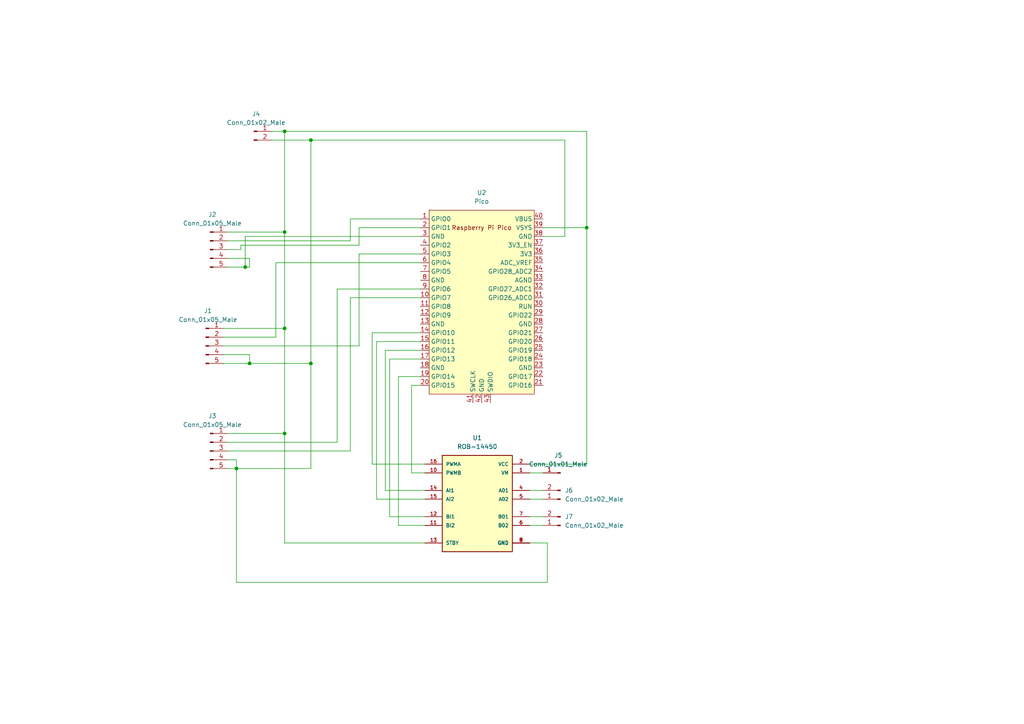
<source format=kicad_sch>
(kicad_sch
	(version 20231120)
	(generator "eeschema")
	(generator_version "8.0")
	(uuid "f15ab1c0-2c6c-47fa-afef-071158f5ebf4")
	(paper "A4")
	(lib_symbols
		(symbol "Connector:Conn_01x01_Male"
			(pin_names
				(offset 1.016) hide)
			(exclude_from_sim no)
			(in_bom yes)
			(on_board yes)
			(property "Reference" "J"
				(at 0 2.54 0)
				(effects
					(font
						(size 1.27 1.27)
					)
				)
			)
			(property "Value" "Conn_01x01_Male"
				(at 0 -2.54 0)
				(effects
					(font
						(size 1.27 1.27)
					)
				)
			)
			(property "Footprint" ""
				(at 0 0 0)
				(effects
					(font
						(size 1.27 1.27)
					)
					(hide yes)
				)
			)
			(property "Datasheet" "~"
				(at 0 0 0)
				(effects
					(font
						(size 1.27 1.27)
					)
					(hide yes)
				)
			)
			(property "Description" "Generic connector, single row, 01x01, script generated (kicad-library-utils/schlib/autogen/connector/)"
				(at 0 0 0)
				(effects
					(font
						(size 1.27 1.27)
					)
					(hide yes)
				)
			)
			(property "ki_keywords" "connector"
				(at 0 0 0)
				(effects
					(font
						(size 1.27 1.27)
					)
					(hide yes)
				)
			)
			(property "ki_fp_filters" "Connector*:*"
				(at 0 0 0)
				(effects
					(font
						(size 1.27 1.27)
					)
					(hide yes)
				)
			)
			(symbol "Conn_01x01_Male_1_1"
				(polyline
					(pts
						(xy 1.27 0) (xy 0.8636 0)
					)
					(stroke
						(width 0.1524)
						(type default)
					)
					(fill
						(type none)
					)
				)
				(rectangle
					(start 0.8636 0.127)
					(end 0 -0.127)
					(stroke
						(width 0.1524)
						(type default)
					)
					(fill
						(type outline)
					)
				)
				(pin passive line
					(at 5.08 0 180)
					(length 3.81)
					(name "Pin_1"
						(effects
							(font
								(size 1.27 1.27)
							)
						)
					)
					(number "1"
						(effects
							(font
								(size 1.27 1.27)
							)
						)
					)
				)
			)
		)
		(symbol "Connector:Conn_01x02_Male"
			(pin_names
				(offset 1.016) hide)
			(exclude_from_sim no)
			(in_bom yes)
			(on_board yes)
			(property "Reference" "J"
				(at 0 2.54 0)
				(effects
					(font
						(size 1.27 1.27)
					)
				)
			)
			(property "Value" "Conn_01x02_Male"
				(at 0 -5.08 0)
				(effects
					(font
						(size 1.27 1.27)
					)
				)
			)
			(property "Footprint" ""
				(at 0 0 0)
				(effects
					(font
						(size 1.27 1.27)
					)
					(hide yes)
				)
			)
			(property "Datasheet" "~"
				(at 0 0 0)
				(effects
					(font
						(size 1.27 1.27)
					)
					(hide yes)
				)
			)
			(property "Description" "Generic connector, single row, 01x02, script generated (kicad-library-utils/schlib/autogen/connector/)"
				(at 0 0 0)
				(effects
					(font
						(size 1.27 1.27)
					)
					(hide yes)
				)
			)
			(property "ki_keywords" "connector"
				(at 0 0 0)
				(effects
					(font
						(size 1.27 1.27)
					)
					(hide yes)
				)
			)
			(property "ki_fp_filters" "Connector*:*_1x??_*"
				(at 0 0 0)
				(effects
					(font
						(size 1.27 1.27)
					)
					(hide yes)
				)
			)
			(symbol "Conn_01x02_Male_1_1"
				(polyline
					(pts
						(xy 1.27 -2.54) (xy 0.8636 -2.54)
					)
					(stroke
						(width 0.1524)
						(type default)
					)
					(fill
						(type none)
					)
				)
				(polyline
					(pts
						(xy 1.27 0) (xy 0.8636 0)
					)
					(stroke
						(width 0.1524)
						(type default)
					)
					(fill
						(type none)
					)
				)
				(rectangle
					(start 0.8636 -2.413)
					(end 0 -2.667)
					(stroke
						(width 0.1524)
						(type default)
					)
					(fill
						(type outline)
					)
				)
				(rectangle
					(start 0.8636 0.127)
					(end 0 -0.127)
					(stroke
						(width 0.1524)
						(type default)
					)
					(fill
						(type outline)
					)
				)
				(pin passive line
					(at 5.08 0 180)
					(length 3.81)
					(name "Pin_1"
						(effects
							(font
								(size 1.27 1.27)
							)
						)
					)
					(number "1"
						(effects
							(font
								(size 1.27 1.27)
							)
						)
					)
				)
				(pin passive line
					(at 5.08 -2.54 180)
					(length 3.81)
					(name "Pin_2"
						(effects
							(font
								(size 1.27 1.27)
							)
						)
					)
					(number "2"
						(effects
							(font
								(size 1.27 1.27)
							)
						)
					)
				)
			)
		)
		(symbol "Connector:Conn_01x05_Male"
			(pin_names
				(offset 1.016) hide)
			(exclude_from_sim no)
			(in_bom yes)
			(on_board yes)
			(property "Reference" "J"
				(at 0 7.62 0)
				(effects
					(font
						(size 1.27 1.27)
					)
				)
			)
			(property "Value" "Conn_01x05_Male"
				(at 0 -7.62 0)
				(effects
					(font
						(size 1.27 1.27)
					)
				)
			)
			(property "Footprint" ""
				(at 0 0 0)
				(effects
					(font
						(size 1.27 1.27)
					)
					(hide yes)
				)
			)
			(property "Datasheet" "~"
				(at 0 0 0)
				(effects
					(font
						(size 1.27 1.27)
					)
					(hide yes)
				)
			)
			(property "Description" "Generic connector, single row, 01x05, script generated (kicad-library-utils/schlib/autogen/connector/)"
				(at 0 0 0)
				(effects
					(font
						(size 1.27 1.27)
					)
					(hide yes)
				)
			)
			(property "ki_keywords" "connector"
				(at 0 0 0)
				(effects
					(font
						(size 1.27 1.27)
					)
					(hide yes)
				)
			)
			(property "ki_fp_filters" "Connector*:*_1x??_*"
				(at 0 0 0)
				(effects
					(font
						(size 1.27 1.27)
					)
					(hide yes)
				)
			)
			(symbol "Conn_01x05_Male_1_1"
				(polyline
					(pts
						(xy 1.27 -5.08) (xy 0.8636 -5.08)
					)
					(stroke
						(width 0.1524)
						(type default)
					)
					(fill
						(type none)
					)
				)
				(polyline
					(pts
						(xy 1.27 -2.54) (xy 0.8636 -2.54)
					)
					(stroke
						(width 0.1524)
						(type default)
					)
					(fill
						(type none)
					)
				)
				(polyline
					(pts
						(xy 1.27 0) (xy 0.8636 0)
					)
					(stroke
						(width 0.1524)
						(type default)
					)
					(fill
						(type none)
					)
				)
				(polyline
					(pts
						(xy 1.27 2.54) (xy 0.8636 2.54)
					)
					(stroke
						(width 0.1524)
						(type default)
					)
					(fill
						(type none)
					)
				)
				(polyline
					(pts
						(xy 1.27 5.08) (xy 0.8636 5.08)
					)
					(stroke
						(width 0.1524)
						(type default)
					)
					(fill
						(type none)
					)
				)
				(rectangle
					(start 0.8636 -4.953)
					(end 0 -5.207)
					(stroke
						(width 0.1524)
						(type default)
					)
					(fill
						(type outline)
					)
				)
				(rectangle
					(start 0.8636 -2.413)
					(end 0 -2.667)
					(stroke
						(width 0.1524)
						(type default)
					)
					(fill
						(type outline)
					)
				)
				(rectangle
					(start 0.8636 0.127)
					(end 0 -0.127)
					(stroke
						(width 0.1524)
						(type default)
					)
					(fill
						(type outline)
					)
				)
				(rectangle
					(start 0.8636 2.667)
					(end 0 2.413)
					(stroke
						(width 0.1524)
						(type default)
					)
					(fill
						(type outline)
					)
				)
				(rectangle
					(start 0.8636 5.207)
					(end 0 4.953)
					(stroke
						(width 0.1524)
						(type default)
					)
					(fill
						(type outline)
					)
				)
				(pin passive line
					(at 5.08 5.08 180)
					(length 3.81)
					(name "Pin_1"
						(effects
							(font
								(size 1.27 1.27)
							)
						)
					)
					(number "1"
						(effects
							(font
								(size 1.27 1.27)
							)
						)
					)
				)
				(pin passive line
					(at 5.08 2.54 180)
					(length 3.81)
					(name "Pin_2"
						(effects
							(font
								(size 1.27 1.27)
							)
						)
					)
					(number "2"
						(effects
							(font
								(size 1.27 1.27)
							)
						)
					)
				)
				(pin passive line
					(at 5.08 0 180)
					(length 3.81)
					(name "Pin_3"
						(effects
							(font
								(size 1.27 1.27)
							)
						)
					)
					(number "3"
						(effects
							(font
								(size 1.27 1.27)
							)
						)
					)
				)
				(pin passive line
					(at 5.08 -2.54 180)
					(length 3.81)
					(name "Pin_4"
						(effects
							(font
								(size 1.27 1.27)
							)
						)
					)
					(number "4"
						(effects
							(font
								(size 1.27 1.27)
							)
						)
					)
				)
				(pin passive line
					(at 5.08 -5.08 180)
					(length 3.81)
					(name "Pin_5"
						(effects
							(font
								(size 1.27 1.27)
							)
						)
					)
					(number "5"
						(effects
							(font
								(size 1.27 1.27)
							)
						)
					)
				)
			)
		)
		(symbol "MCU_RaspberryPi_and_Boards:Pico"
			(exclude_from_sim no)
			(in_bom yes)
			(on_board yes)
			(property "Reference" "U"
				(at -13.97 27.94 0)
				(effects
					(font
						(size 1.27 1.27)
					)
				)
			)
			(property "Value" "Pico"
				(at 0 19.05 0)
				(effects
					(font
						(size 1.27 1.27)
					)
				)
			)
			(property "Footprint" "RPi_Pico:RPi_Pico_SMD_TH"
				(at 0 0 90)
				(effects
					(font
						(size 1.27 1.27)
					)
					(hide yes)
				)
			)
			(property "Datasheet" ""
				(at 0 0 0)
				(effects
					(font
						(size 1.27 1.27)
					)
					(hide yes)
				)
			)
			(property "Description" ""
				(at 0 0 0)
				(effects
					(font
						(size 1.27 1.27)
					)
					(hide yes)
				)
			)
			(symbol "Pico_0_0"
				(text "Raspberry Pi Pico"
					(at 0 21.59 0)
					(effects
						(font
							(size 1.27 1.27)
						)
					)
				)
			)
			(symbol "Pico_0_1"
				(rectangle
					(start -15.24 26.67)
					(end 15.24 -26.67)
					(stroke
						(width 0)
						(type default)
					)
					(fill
						(type background)
					)
				)
			)
			(symbol "Pico_1_1"
				(pin bidirectional line
					(at -17.78 24.13 0)
					(length 2.54)
					(name "GPIO0"
						(effects
							(font
								(size 1.27 1.27)
							)
						)
					)
					(number "1"
						(effects
							(font
								(size 1.27 1.27)
							)
						)
					)
				)
				(pin bidirectional line
					(at -17.78 1.27 0)
					(length 2.54)
					(name "GPIO7"
						(effects
							(font
								(size 1.27 1.27)
							)
						)
					)
					(number "10"
						(effects
							(font
								(size 1.27 1.27)
							)
						)
					)
				)
				(pin bidirectional line
					(at -17.78 -1.27 0)
					(length 2.54)
					(name "GPIO8"
						(effects
							(font
								(size 1.27 1.27)
							)
						)
					)
					(number "11"
						(effects
							(font
								(size 1.27 1.27)
							)
						)
					)
				)
				(pin bidirectional line
					(at -17.78 -3.81 0)
					(length 2.54)
					(name "GPIO9"
						(effects
							(font
								(size 1.27 1.27)
							)
						)
					)
					(number "12"
						(effects
							(font
								(size 1.27 1.27)
							)
						)
					)
				)
				(pin power_in line
					(at -17.78 -6.35 0)
					(length 2.54)
					(name "GND"
						(effects
							(font
								(size 1.27 1.27)
							)
						)
					)
					(number "13"
						(effects
							(font
								(size 1.27 1.27)
							)
						)
					)
				)
				(pin bidirectional line
					(at -17.78 -8.89 0)
					(length 2.54)
					(name "GPIO10"
						(effects
							(font
								(size 1.27 1.27)
							)
						)
					)
					(number "14"
						(effects
							(font
								(size 1.27 1.27)
							)
						)
					)
				)
				(pin bidirectional line
					(at -17.78 -11.43 0)
					(length 2.54)
					(name "GPIO11"
						(effects
							(font
								(size 1.27 1.27)
							)
						)
					)
					(number "15"
						(effects
							(font
								(size 1.27 1.27)
							)
						)
					)
				)
				(pin bidirectional line
					(at -17.78 -13.97 0)
					(length 2.54)
					(name "GPIO12"
						(effects
							(font
								(size 1.27 1.27)
							)
						)
					)
					(number "16"
						(effects
							(font
								(size 1.27 1.27)
							)
						)
					)
				)
				(pin bidirectional line
					(at -17.78 -16.51 0)
					(length 2.54)
					(name "GPIO13"
						(effects
							(font
								(size 1.27 1.27)
							)
						)
					)
					(number "17"
						(effects
							(font
								(size 1.27 1.27)
							)
						)
					)
				)
				(pin power_in line
					(at -17.78 -19.05 0)
					(length 2.54)
					(name "GND"
						(effects
							(font
								(size 1.27 1.27)
							)
						)
					)
					(number "18"
						(effects
							(font
								(size 1.27 1.27)
							)
						)
					)
				)
				(pin bidirectional line
					(at -17.78 -21.59 0)
					(length 2.54)
					(name "GPIO14"
						(effects
							(font
								(size 1.27 1.27)
							)
						)
					)
					(number "19"
						(effects
							(font
								(size 1.27 1.27)
							)
						)
					)
				)
				(pin bidirectional line
					(at -17.78 21.59 0)
					(length 2.54)
					(name "GPIO1"
						(effects
							(font
								(size 1.27 1.27)
							)
						)
					)
					(number "2"
						(effects
							(font
								(size 1.27 1.27)
							)
						)
					)
				)
				(pin bidirectional line
					(at -17.78 -24.13 0)
					(length 2.54)
					(name "GPIO15"
						(effects
							(font
								(size 1.27 1.27)
							)
						)
					)
					(number "20"
						(effects
							(font
								(size 1.27 1.27)
							)
						)
					)
				)
				(pin bidirectional line
					(at 17.78 -24.13 180)
					(length 2.54)
					(name "GPIO16"
						(effects
							(font
								(size 1.27 1.27)
							)
						)
					)
					(number "21"
						(effects
							(font
								(size 1.27 1.27)
							)
						)
					)
				)
				(pin bidirectional line
					(at 17.78 -21.59 180)
					(length 2.54)
					(name "GPIO17"
						(effects
							(font
								(size 1.27 1.27)
							)
						)
					)
					(number "22"
						(effects
							(font
								(size 1.27 1.27)
							)
						)
					)
				)
				(pin power_in line
					(at 17.78 -19.05 180)
					(length 2.54)
					(name "GND"
						(effects
							(font
								(size 1.27 1.27)
							)
						)
					)
					(number "23"
						(effects
							(font
								(size 1.27 1.27)
							)
						)
					)
				)
				(pin bidirectional line
					(at 17.78 -16.51 180)
					(length 2.54)
					(name "GPIO18"
						(effects
							(font
								(size 1.27 1.27)
							)
						)
					)
					(number "24"
						(effects
							(font
								(size 1.27 1.27)
							)
						)
					)
				)
				(pin bidirectional line
					(at 17.78 -13.97 180)
					(length 2.54)
					(name "GPIO19"
						(effects
							(font
								(size 1.27 1.27)
							)
						)
					)
					(number "25"
						(effects
							(font
								(size 1.27 1.27)
							)
						)
					)
				)
				(pin bidirectional line
					(at 17.78 -11.43 180)
					(length 2.54)
					(name "GPIO20"
						(effects
							(font
								(size 1.27 1.27)
							)
						)
					)
					(number "26"
						(effects
							(font
								(size 1.27 1.27)
							)
						)
					)
				)
				(pin bidirectional line
					(at 17.78 -8.89 180)
					(length 2.54)
					(name "GPIO21"
						(effects
							(font
								(size 1.27 1.27)
							)
						)
					)
					(number "27"
						(effects
							(font
								(size 1.27 1.27)
							)
						)
					)
				)
				(pin power_in line
					(at 17.78 -6.35 180)
					(length 2.54)
					(name "GND"
						(effects
							(font
								(size 1.27 1.27)
							)
						)
					)
					(number "28"
						(effects
							(font
								(size 1.27 1.27)
							)
						)
					)
				)
				(pin bidirectional line
					(at 17.78 -3.81 180)
					(length 2.54)
					(name "GPIO22"
						(effects
							(font
								(size 1.27 1.27)
							)
						)
					)
					(number "29"
						(effects
							(font
								(size 1.27 1.27)
							)
						)
					)
				)
				(pin power_in line
					(at -17.78 19.05 0)
					(length 2.54)
					(name "GND"
						(effects
							(font
								(size 1.27 1.27)
							)
						)
					)
					(number "3"
						(effects
							(font
								(size 1.27 1.27)
							)
						)
					)
				)
				(pin input line
					(at 17.78 -1.27 180)
					(length 2.54)
					(name "RUN"
						(effects
							(font
								(size 1.27 1.27)
							)
						)
					)
					(number "30"
						(effects
							(font
								(size 1.27 1.27)
							)
						)
					)
				)
				(pin bidirectional line
					(at 17.78 1.27 180)
					(length 2.54)
					(name "GPIO26_ADC0"
						(effects
							(font
								(size 1.27 1.27)
							)
						)
					)
					(number "31"
						(effects
							(font
								(size 1.27 1.27)
							)
						)
					)
				)
				(pin bidirectional line
					(at 17.78 3.81 180)
					(length 2.54)
					(name "GPIO27_ADC1"
						(effects
							(font
								(size 1.27 1.27)
							)
						)
					)
					(number "32"
						(effects
							(font
								(size 1.27 1.27)
							)
						)
					)
				)
				(pin power_in line
					(at 17.78 6.35 180)
					(length 2.54)
					(name "AGND"
						(effects
							(font
								(size 1.27 1.27)
							)
						)
					)
					(number "33"
						(effects
							(font
								(size 1.27 1.27)
							)
						)
					)
				)
				(pin bidirectional line
					(at 17.78 8.89 180)
					(length 2.54)
					(name "GPIO28_ADC2"
						(effects
							(font
								(size 1.27 1.27)
							)
						)
					)
					(number "34"
						(effects
							(font
								(size 1.27 1.27)
							)
						)
					)
				)
				(pin power_in line
					(at 17.78 11.43 180)
					(length 2.54)
					(name "ADC_VREF"
						(effects
							(font
								(size 1.27 1.27)
							)
						)
					)
					(number "35"
						(effects
							(font
								(size 1.27 1.27)
							)
						)
					)
				)
				(pin power_in line
					(at 17.78 13.97 180)
					(length 2.54)
					(name "3V3"
						(effects
							(font
								(size 1.27 1.27)
							)
						)
					)
					(number "36"
						(effects
							(font
								(size 1.27 1.27)
							)
						)
					)
				)
				(pin input line
					(at 17.78 16.51 180)
					(length 2.54)
					(name "3V3_EN"
						(effects
							(font
								(size 1.27 1.27)
							)
						)
					)
					(number "37"
						(effects
							(font
								(size 1.27 1.27)
							)
						)
					)
				)
				(pin bidirectional line
					(at 17.78 19.05 180)
					(length 2.54)
					(name "GND"
						(effects
							(font
								(size 1.27 1.27)
							)
						)
					)
					(number "38"
						(effects
							(font
								(size 1.27 1.27)
							)
						)
					)
				)
				(pin power_in line
					(at 17.78 21.59 180)
					(length 2.54)
					(name "VSYS"
						(effects
							(font
								(size 1.27 1.27)
							)
						)
					)
					(number "39"
						(effects
							(font
								(size 1.27 1.27)
							)
						)
					)
				)
				(pin bidirectional line
					(at -17.78 16.51 0)
					(length 2.54)
					(name "GPIO2"
						(effects
							(font
								(size 1.27 1.27)
							)
						)
					)
					(number "4"
						(effects
							(font
								(size 1.27 1.27)
							)
						)
					)
				)
				(pin power_in line
					(at 17.78 24.13 180)
					(length 2.54)
					(name "VBUS"
						(effects
							(font
								(size 1.27 1.27)
							)
						)
					)
					(number "40"
						(effects
							(font
								(size 1.27 1.27)
							)
						)
					)
				)
				(pin input line
					(at -2.54 -29.21 90)
					(length 2.54)
					(name "SWCLK"
						(effects
							(font
								(size 1.27 1.27)
							)
						)
					)
					(number "41"
						(effects
							(font
								(size 1.27 1.27)
							)
						)
					)
				)
				(pin power_in line
					(at 0 -29.21 90)
					(length 2.54)
					(name "GND"
						(effects
							(font
								(size 1.27 1.27)
							)
						)
					)
					(number "42"
						(effects
							(font
								(size 1.27 1.27)
							)
						)
					)
				)
				(pin bidirectional line
					(at 2.54 -29.21 90)
					(length 2.54)
					(name "SWDIO"
						(effects
							(font
								(size 1.27 1.27)
							)
						)
					)
					(number "43"
						(effects
							(font
								(size 1.27 1.27)
							)
						)
					)
				)
				(pin bidirectional line
					(at -17.78 13.97 0)
					(length 2.54)
					(name "GPIO3"
						(effects
							(font
								(size 1.27 1.27)
							)
						)
					)
					(number "5"
						(effects
							(font
								(size 1.27 1.27)
							)
						)
					)
				)
				(pin bidirectional line
					(at -17.78 11.43 0)
					(length 2.54)
					(name "GPIO4"
						(effects
							(font
								(size 1.27 1.27)
							)
						)
					)
					(number "6"
						(effects
							(font
								(size 1.27 1.27)
							)
						)
					)
				)
				(pin bidirectional line
					(at -17.78 8.89 0)
					(length 2.54)
					(name "GPIO5"
						(effects
							(font
								(size 1.27 1.27)
							)
						)
					)
					(number "7"
						(effects
							(font
								(size 1.27 1.27)
							)
						)
					)
				)
				(pin power_in line
					(at -17.78 6.35 0)
					(length 2.54)
					(name "GND"
						(effects
							(font
								(size 1.27 1.27)
							)
						)
					)
					(number "8"
						(effects
							(font
								(size 1.27 1.27)
							)
						)
					)
				)
				(pin bidirectional line
					(at -17.78 3.81 0)
					(length 2.54)
					(name "GPIO6"
						(effects
							(font
								(size 1.27 1.27)
							)
						)
					)
					(number "9"
						(effects
							(font
								(size 1.27 1.27)
							)
						)
					)
				)
			)
		)
		(symbol "ROB-14450:ROB-14450"
			(pin_names
				(offset 1.016)
			)
			(exclude_from_sim no)
			(in_bom yes)
			(on_board yes)
			(property "Reference" "U"
				(at -10.16 16.002 0)
				(effects
					(font
						(size 1.27 1.27)
					)
					(justify left bottom)
				)
			)
			(property "Value" "ROB-14450"
				(at -10.16 -15.24 0)
				(effects
					(font
						(size 1.27 1.27)
					)
					(justify left bottom)
				)
			)
			(property "Footprint" "MODULE_ROB-14450"
				(at 0 0 0)
				(effects
					(font
						(size 1.27 1.27)
					)
					(justify bottom)
					(hide yes)
				)
			)
			(property "Datasheet" ""
				(at 0 0 0)
				(effects
					(font
						(size 1.27 1.27)
					)
					(hide yes)
				)
			)
			(property "Description" ""
				(at 0 0 0)
				(effects
					(font
						(size 1.27 1.27)
					)
					(hide yes)
				)
			)
			(property "MANUFACTURER" "Sparkfun Electronics"
				(at 0 0 0)
				(effects
					(font
						(size 1.27 1.27)
					)
					(justify bottom)
					(hide yes)
				)
			)
			(property "PARTREV" "11-13-17"
				(at 0 0 0)
				(effects
					(font
						(size 1.27 1.27)
					)
					(justify bottom)
					(hide yes)
				)
			)
			(property "STANDARD" "Manufacturer Recommendation"
				(at 0 0 0)
				(effects
					(font
						(size 1.27 1.27)
					)
					(justify bottom)
					(hide yes)
				)
			)
			(symbol "ROB-14450_0_0"
				(rectangle
					(start -10.16 -12.7)
					(end 10.16 15.24)
					(stroke
						(width 0.254)
						(type default)
					)
					(fill
						(type background)
					)
				)
				(pin power_in line
					(at 15.24 10.16 180)
					(length 5.08)
					(name "VM"
						(effects
							(font
								(size 1.016 1.016)
							)
						)
					)
					(number "1"
						(effects
							(font
								(size 1.016 1.016)
							)
						)
					)
				)
				(pin input line
					(at -15.24 10.16 0)
					(length 5.08)
					(name "PWMB"
						(effects
							(font
								(size 1.016 1.016)
							)
						)
					)
					(number "10"
						(effects
							(font
								(size 1.016 1.016)
							)
						)
					)
				)
				(pin input line
					(at -15.24 -5.08 0)
					(length 5.08)
					(name "BI2"
						(effects
							(font
								(size 1.016 1.016)
							)
						)
					)
					(number "11"
						(effects
							(font
								(size 1.016 1.016)
							)
						)
					)
				)
				(pin input line
					(at -15.24 -2.54 0)
					(length 5.08)
					(name "BI1"
						(effects
							(font
								(size 1.016 1.016)
							)
						)
					)
					(number "12"
						(effects
							(font
								(size 1.016 1.016)
							)
						)
					)
				)
				(pin input line
					(at -15.24 -10.16 0)
					(length 5.08)
					(name "STBY"
						(effects
							(font
								(size 1.016 1.016)
							)
						)
					)
					(number "13"
						(effects
							(font
								(size 1.016 1.016)
							)
						)
					)
				)
				(pin input line
					(at -15.24 5.08 0)
					(length 5.08)
					(name "AI1"
						(effects
							(font
								(size 1.016 1.016)
							)
						)
					)
					(number "14"
						(effects
							(font
								(size 1.016 1.016)
							)
						)
					)
				)
				(pin input line
					(at -15.24 2.54 0)
					(length 5.08)
					(name "AI2"
						(effects
							(font
								(size 1.016 1.016)
							)
						)
					)
					(number "15"
						(effects
							(font
								(size 1.016 1.016)
							)
						)
					)
				)
				(pin input line
					(at -15.24 12.7 0)
					(length 5.08)
					(name "PWMA"
						(effects
							(font
								(size 1.016 1.016)
							)
						)
					)
					(number "16"
						(effects
							(font
								(size 1.016 1.016)
							)
						)
					)
				)
				(pin power_in line
					(at 15.24 12.7 180)
					(length 5.08)
					(name "VCC"
						(effects
							(font
								(size 1.016 1.016)
							)
						)
					)
					(number "2"
						(effects
							(font
								(size 1.016 1.016)
							)
						)
					)
				)
				(pin power_in line
					(at 15.24 -10.16 180)
					(length 5.08)
					(name "GND"
						(effects
							(font
								(size 1.016 1.016)
							)
						)
					)
					(number "3"
						(effects
							(font
								(size 1.016 1.016)
							)
						)
					)
				)
				(pin output line
					(at 15.24 5.08 180)
					(length 5.08)
					(name "A01"
						(effects
							(font
								(size 1.016 1.016)
							)
						)
					)
					(number "4"
						(effects
							(font
								(size 1.016 1.016)
							)
						)
					)
				)
				(pin output line
					(at 15.24 2.54 180)
					(length 5.08)
					(name "A02"
						(effects
							(font
								(size 1.016 1.016)
							)
						)
					)
					(number "5"
						(effects
							(font
								(size 1.016 1.016)
							)
						)
					)
				)
				(pin output line
					(at 15.24 -5.08 180)
					(length 5.08)
					(name "B02"
						(effects
							(font
								(size 1.016 1.016)
							)
						)
					)
					(number "6"
						(effects
							(font
								(size 1.016 1.016)
							)
						)
					)
				)
				(pin output line
					(at 15.24 -2.54 180)
					(length 5.08)
					(name "B01"
						(effects
							(font
								(size 1.016 1.016)
							)
						)
					)
					(number "7"
						(effects
							(font
								(size 1.016 1.016)
							)
						)
					)
				)
				(pin power_in line
					(at 15.24 -10.16 180)
					(length 5.08)
					(name "GND"
						(effects
							(font
								(size 1.016 1.016)
							)
						)
					)
					(number "8"
						(effects
							(font
								(size 1.016 1.016)
							)
						)
					)
				)
				(pin power_in line
					(at 15.24 -10.16 180)
					(length 5.08)
					(name "GND"
						(effects
							(font
								(size 1.016 1.016)
							)
						)
					)
					(number "9"
						(effects
							(font
								(size 1.016 1.016)
							)
						)
					)
				)
			)
		)
	)
	(junction
		(at 82.55 95.25)
		(diameter 0)
		(color 0 0 0 0)
		(uuid "0e874d74-10ad-4e62-81d5-d7b2624df6ec")
	)
	(junction
		(at 72.39 105.41)
		(diameter 0)
		(color 0 0 0 0)
		(uuid "0f1b6254-b2b5-4e6d-b9ad-1296c77e7e63")
	)
	(junction
		(at 82.55 125.73)
		(diameter 0)
		(color 0 0 0 0)
		(uuid "1153ced2-5ea5-4778-bfa9-142259855c76")
	)
	(junction
		(at 82.55 67.31)
		(diameter 0)
		(color 0 0 0 0)
		(uuid "4cde9eab-4aee-4cc4-8856-5c02501eb671")
	)
	(junction
		(at 90.17 105.41)
		(diameter 0)
		(color 0 0 0 0)
		(uuid "72169dc9-fda9-4e41-b332-03498460a10e")
	)
	(junction
		(at 170.18 66.04)
		(diameter 0)
		(color 0 0 0 0)
		(uuid "9aae1b74-e639-4363-8413-932fe4e3f9e1")
	)
	(junction
		(at 82.55 38.1)
		(diameter 0)
		(color 0 0 0 0)
		(uuid "a526fefe-1c36-490e-98a4-d7f34831fa71")
	)
	(junction
		(at 68.58 135.89)
		(diameter 0)
		(color 0 0 0 0)
		(uuid "b880d3e0-f725-4c38-8b3c-afe6267581b1")
	)
	(junction
		(at 71.12 77.47)
		(diameter 0)
		(color 0 0 0 0)
		(uuid "b8e5686e-219f-47de-928b-240c0ad2c478")
	)
	(junction
		(at 90.17 40.64)
		(diameter 0)
		(color 0 0 0 0)
		(uuid "ce8dd486-5679-4a4e-a7e3-6ba7f308665e")
	)
	(wire
		(pts
			(xy 82.55 67.31) (xy 82.55 38.1)
		)
		(stroke
			(width 0)
			(type default)
		)
		(uuid "0dfcaa66-08ae-40b2-b482-458ac5c90242")
	)
	(wire
		(pts
			(xy 153.67 152.4) (xy 157.48 152.4)
		)
		(stroke
			(width 0)
			(type default)
		)
		(uuid "11b2632c-cacf-49ca-9c8f-9dc7f63ecab3")
	)
	(wire
		(pts
			(xy 82.55 95.25) (xy 82.55 125.73)
		)
		(stroke
			(width 0)
			(type default)
		)
		(uuid "11fb3736-3bec-42dd-af3c-f5715961c778")
	)
	(wire
		(pts
			(xy 66.04 133.35) (xy 68.58 133.35)
		)
		(stroke
			(width 0)
			(type default)
		)
		(uuid "16fdfa52-0d93-4d15-815a-a5439c233d0a")
	)
	(wire
		(pts
			(xy 64.77 95.25) (xy 82.55 95.25)
		)
		(stroke
			(width 0)
			(type default)
		)
		(uuid "17bd7df2-6b92-4449-9c93-a4ea010b8740")
	)
	(wire
		(pts
			(xy 71.12 77.47) (xy 66.04 77.47)
		)
		(stroke
			(width 0)
			(type default)
		)
		(uuid "1e0667bd-7cfe-48bf-afc1-8601eff486dc")
	)
	(wire
		(pts
			(xy 97.79 128.27) (xy 66.04 128.27)
		)
		(stroke
			(width 0)
			(type default)
		)
		(uuid "23a0064e-4101-446c-bb4c-3baa2508b42e")
	)
	(wire
		(pts
			(xy 66.04 72.39) (xy 69.85 72.39)
		)
		(stroke
			(width 0)
			(type default)
		)
		(uuid "28823746-ca73-4c9c-bc04-29a9f2326501")
	)
	(wire
		(pts
			(xy 101.6 63.5) (xy 121.92 63.5)
		)
		(stroke
			(width 0)
			(type default)
		)
		(uuid "295803d5-4f6e-4175-916c-a66c41e1ce4f")
	)
	(wire
		(pts
			(xy 68.58 135.89) (xy 90.17 135.89)
		)
		(stroke
			(width 0)
			(type default)
		)
		(uuid "29cbe13a-80c2-4296-b421-7d19ac24a6cd")
	)
	(wire
		(pts
			(xy 97.79 83.82) (xy 97.79 128.27)
		)
		(stroke
			(width 0)
			(type default)
		)
		(uuid "2f9af515-70f2-4f8e-b947-3b10a23d7ca3")
	)
	(wire
		(pts
			(xy 82.55 67.31) (xy 82.55 95.25)
		)
		(stroke
			(width 0)
			(type default)
		)
		(uuid "38c4dd6b-41d0-4fa7-8460-57e631583d1c")
	)
	(wire
		(pts
			(xy 104.14 66.04) (xy 104.14 71.12)
		)
		(stroke
			(width 0)
			(type default)
		)
		(uuid "3e9101dd-badd-4cc6-b641-4f0e5ee64513")
	)
	(wire
		(pts
			(xy 68.58 168.91) (xy 158.75 168.91)
		)
		(stroke
			(width 0)
			(type default)
		)
		(uuid "3f80b1d7-9247-4a54-9ef7-c727cae6880b")
	)
	(wire
		(pts
			(xy 66.04 135.89) (xy 68.58 135.89)
		)
		(stroke
			(width 0)
			(type default)
		)
		(uuid "43ae21a9-8e9e-4d48-aaf9-e30356c77065")
	)
	(wire
		(pts
			(xy 153.67 142.24) (xy 157.48 142.24)
		)
		(stroke
			(width 0)
			(type default)
		)
		(uuid "46e7d820-ded7-4ec2-8a66-9d9029d12552")
	)
	(wire
		(pts
			(xy 66.04 130.81) (xy 101.6 130.81)
		)
		(stroke
			(width 0)
			(type default)
		)
		(uuid "48b1dc94-a370-4ca4-84a0-e5ccdc23309a")
	)
	(wire
		(pts
			(xy 69.85 72.39) (xy 69.85 71.12)
		)
		(stroke
			(width 0)
			(type default)
		)
		(uuid "49459b1a-3b3d-4f40-8cef-57fc0ea95b8a")
	)
	(wire
		(pts
			(xy 66.04 69.85) (xy 101.6 69.85)
		)
		(stroke
			(width 0)
			(type default)
		)
		(uuid "49a6bb07-a0f4-4cec-a983-0f713448c667")
	)
	(wire
		(pts
			(xy 123.19 137.16) (xy 119.38 137.16)
		)
		(stroke
			(width 0)
			(type default)
		)
		(uuid "4a91890c-195f-4c18-8daa-4ff314fc282f")
	)
	(wire
		(pts
			(xy 68.58 133.35) (xy 68.58 135.89)
		)
		(stroke
			(width 0)
			(type default)
		)
		(uuid "4b9c9893-868f-44d9-ba8c-a111ac1b33bd")
	)
	(wire
		(pts
			(xy 66.04 125.73) (xy 82.55 125.73)
		)
		(stroke
			(width 0)
			(type default)
		)
		(uuid "4e1b7297-76c3-4dbe-a44b-9d048b10a5cd")
	)
	(wire
		(pts
			(xy 68.58 135.89) (xy 68.58 168.91)
		)
		(stroke
			(width 0)
			(type default)
		)
		(uuid "4e7a46aa-d3f2-4edd-940b-ec0006c29323")
	)
	(wire
		(pts
			(xy 153.67 137.16) (xy 157.48 137.16)
		)
		(stroke
			(width 0)
			(type default)
		)
		(uuid "51be9020-5b21-476f-baaf-fc6edae23637")
	)
	(wire
		(pts
			(xy 90.17 40.64) (xy 163.83 40.64)
		)
		(stroke
			(width 0)
			(type default)
		)
		(uuid "52126e06-4463-42b5-a779-5c19031ab9ce")
	)
	(wire
		(pts
			(xy 113.03 104.14) (xy 121.92 104.14)
		)
		(stroke
			(width 0)
			(type default)
		)
		(uuid "539dc997-aa8e-4a3f-8e48-dad6c79f659d")
	)
	(wire
		(pts
			(xy 107.95 134.62) (xy 107.95 96.52)
		)
		(stroke
			(width 0)
			(type default)
		)
		(uuid "5c74d1bc-f850-4880-b365-5144f5bec6fc")
	)
	(wire
		(pts
			(xy 113.03 149.86) (xy 113.03 104.14)
		)
		(stroke
			(width 0)
			(type default)
		)
		(uuid "625935ac-578a-4d4d-b2ce-eb0a035d17f7")
	)
	(wire
		(pts
			(xy 170.18 134.62) (xy 170.18 66.04)
		)
		(stroke
			(width 0)
			(type default)
		)
		(uuid "669acf86-c795-4118-938b-add8d68bf62d")
	)
	(wire
		(pts
			(xy 64.77 105.41) (xy 72.39 105.41)
		)
		(stroke
			(width 0)
			(type default)
		)
		(uuid "66d5555e-a441-4a50-9ca5-880093af1d71")
	)
	(wire
		(pts
			(xy 107.95 96.52) (xy 121.92 96.52)
		)
		(stroke
			(width 0)
			(type default)
		)
		(uuid "68053151-0de8-4dd0-835d-4827e4267bda")
	)
	(wire
		(pts
			(xy 157.48 68.58) (xy 163.83 68.58)
		)
		(stroke
			(width 0)
			(type default)
		)
		(uuid "683db4a4-a637-4f46-8326-a6f5c55444b5")
	)
	(wire
		(pts
			(xy 111.76 101.6) (xy 121.92 101.6)
		)
		(stroke
			(width 0)
			(type default)
		)
		(uuid "6ac0dc3a-fb0c-454f-872c-66e1a2a1e3f8")
	)
	(wire
		(pts
			(xy 104.14 73.66) (xy 121.92 73.66)
		)
		(stroke
			(width 0)
			(type default)
		)
		(uuid "6d231ddb-b019-4697-9f09-49621e35f373")
	)
	(wire
		(pts
			(xy 72.39 77.47) (xy 71.12 77.47)
		)
		(stroke
			(width 0)
			(type default)
		)
		(uuid "6d93b8ba-91df-47d4-9a1e-01c95b89a307")
	)
	(wire
		(pts
			(xy 158.75 157.48) (xy 153.67 157.48)
		)
		(stroke
			(width 0)
			(type default)
		)
		(uuid "74248041-3d9f-430e-8a0f-cfa959abb627")
	)
	(wire
		(pts
			(xy 123.19 134.62) (xy 107.95 134.62)
		)
		(stroke
			(width 0)
			(type default)
		)
		(uuid "756e03b0-41e6-4c96-ac86-8849dc9913a3")
	)
	(wire
		(pts
			(xy 170.18 38.1) (xy 170.18 66.04)
		)
		(stroke
			(width 0)
			(type default)
		)
		(uuid "77c14ef5-339c-4d14-b296-afe240e58fa9")
	)
	(wire
		(pts
			(xy 101.6 63.5) (xy 101.6 69.85)
		)
		(stroke
			(width 0)
			(type default)
		)
		(uuid "77c44b7d-dbc2-4d32-9a2f-8a9792bce1c9")
	)
	(wire
		(pts
			(xy 121.92 99.06) (xy 109.22 99.06)
		)
		(stroke
			(width 0)
			(type default)
		)
		(uuid "78cf79ac-b29d-4117-b67d-fe80c84d5c56")
	)
	(wire
		(pts
			(xy 104.14 100.33) (xy 104.14 73.66)
		)
		(stroke
			(width 0)
			(type default)
		)
		(uuid "7961709f-85a3-4ad9-acf3-7ce3435687ce")
	)
	(wire
		(pts
			(xy 72.39 105.41) (xy 90.17 105.41)
		)
		(stroke
			(width 0)
			(type default)
		)
		(uuid "79a0a1fd-ce0f-4bd7-b2c6-364c38161237")
	)
	(wire
		(pts
			(xy 78.74 38.1) (xy 82.55 38.1)
		)
		(stroke
			(width 0)
			(type default)
		)
		(uuid "88427b3c-288a-40a2-90ea-4f301775d5f1")
	)
	(wire
		(pts
			(xy 123.19 157.48) (xy 82.55 157.48)
		)
		(stroke
			(width 0)
			(type default)
		)
		(uuid "89bc1fbe-0246-4c25-9087-688ba6cbb913")
	)
	(wire
		(pts
			(xy 119.38 111.76) (xy 121.92 111.76)
		)
		(stroke
			(width 0)
			(type default)
		)
		(uuid "89f5189a-bb96-4924-8707-150149067b36")
	)
	(wire
		(pts
			(xy 121.92 68.58) (xy 71.12 68.58)
		)
		(stroke
			(width 0)
			(type default)
		)
		(uuid "8be40b88-f1f9-4110-bf99-5d110ad55f66")
	)
	(wire
		(pts
			(xy 115.57 109.22) (xy 121.92 109.22)
		)
		(stroke
			(width 0)
			(type default)
		)
		(uuid "9666d8a1-c3a2-434a-9650-139fff5a2d6d")
	)
	(wire
		(pts
			(xy 90.17 135.89) (xy 90.17 105.41)
		)
		(stroke
			(width 0)
			(type default)
		)
		(uuid "99a108e1-4b04-49c8-a0b0-8745f1c16a7c")
	)
	(wire
		(pts
			(xy 158.75 168.91) (xy 158.75 157.48)
		)
		(stroke
			(width 0)
			(type default)
		)
		(uuid "9a0c7ac1-020c-4a6d-ad4e-9ee8e4d44434")
	)
	(wire
		(pts
			(xy 78.74 40.64) (xy 90.17 40.64)
		)
		(stroke
			(width 0)
			(type default)
		)
		(uuid "9a1dff96-86e5-43b3-b3e2-0385a8ac8af1")
	)
	(wire
		(pts
			(xy 64.77 102.87) (xy 72.39 102.87)
		)
		(stroke
			(width 0)
			(type default)
		)
		(uuid "a7046f68-1c0c-49c9-a003-7a57be7c22f3")
	)
	(wire
		(pts
			(xy 82.55 157.48) (xy 82.55 125.73)
		)
		(stroke
			(width 0)
			(type default)
		)
		(uuid "a834ede2-b93f-42a9-83eb-678c321c79b6")
	)
	(wire
		(pts
			(xy 163.83 68.58) (xy 163.83 40.64)
		)
		(stroke
			(width 0)
			(type default)
		)
		(uuid "ac96bd8f-f5c7-47e1-80fd-7c4fe930a2a9")
	)
	(wire
		(pts
			(xy 104.14 71.12) (xy 69.85 71.12)
		)
		(stroke
			(width 0)
			(type default)
		)
		(uuid "af75620a-b215-476c-a07e-635e22855412")
	)
	(wire
		(pts
			(xy 109.22 99.06) (xy 109.22 144.78)
		)
		(stroke
			(width 0)
			(type default)
		)
		(uuid "b195478c-4e77-4ca0-9437-0d3faa335349")
	)
	(wire
		(pts
			(xy 111.76 142.24) (xy 111.76 101.6)
		)
		(stroke
			(width 0)
			(type default)
		)
		(uuid "b671f6c3-cc30-4b7d-9bd9-88a04ef17b7f")
	)
	(wire
		(pts
			(xy 153.67 144.78) (xy 157.48 144.78)
		)
		(stroke
			(width 0)
			(type default)
		)
		(uuid "b730e4e1-8455-43fc-bd0d-d3291b0770f8")
	)
	(wire
		(pts
			(xy 170.18 66.04) (xy 157.48 66.04)
		)
		(stroke
			(width 0)
			(type default)
		)
		(uuid "b945c881-80e3-4400-99da-07ae49854f68")
	)
	(wire
		(pts
			(xy 66.04 67.31) (xy 82.55 67.31)
		)
		(stroke
			(width 0)
			(type default)
		)
		(uuid "bc14ff21-2cc3-4b0a-93c1-48f3fe7c237a")
	)
	(wire
		(pts
			(xy 153.67 134.62) (xy 170.18 134.62)
		)
		(stroke
			(width 0)
			(type default)
		)
		(uuid "c1899c2b-5a75-4c25-b024-ae55f1d4d057")
	)
	(wire
		(pts
			(xy 121.92 66.04) (xy 104.14 66.04)
		)
		(stroke
			(width 0)
			(type default)
		)
		(uuid "c43870db-760f-4851-8ffd-6e1a6700123b")
	)
	(wire
		(pts
			(xy 80.01 97.79) (xy 64.77 97.79)
		)
		(stroke
			(width 0)
			(type default)
		)
		(uuid "cceb413e-c99a-45a7-a5cd-1126f784a14e")
	)
	(wire
		(pts
			(xy 121.92 76.2) (xy 80.01 76.2)
		)
		(stroke
			(width 0)
			(type default)
		)
		(uuid "cd01a8d8-b215-443a-a175-8cf6ebebcb4e")
	)
	(wire
		(pts
			(xy 72.39 102.87) (xy 72.39 105.41)
		)
		(stroke
			(width 0)
			(type default)
		)
		(uuid "cf8b4d7a-45b9-469d-a27a-b24c0ea51278")
	)
	(wire
		(pts
			(xy 72.39 74.93) (xy 72.39 77.47)
		)
		(stroke
			(width 0)
			(type default)
		)
		(uuid "d138e498-ba86-47a7-a1a4-a639f8a14fb1")
	)
	(wire
		(pts
			(xy 71.12 68.58) (xy 71.12 77.47)
		)
		(stroke
			(width 0)
			(type default)
		)
		(uuid "d165f8e1-152d-4af5-a852-99e4b0678f5c")
	)
	(wire
		(pts
			(xy 123.19 149.86) (xy 113.03 149.86)
		)
		(stroke
			(width 0)
			(type default)
		)
		(uuid "d28e61e6-9c7f-4b06-aa54-6f3093fecdd0")
	)
	(wire
		(pts
			(xy 66.04 74.93) (xy 72.39 74.93)
		)
		(stroke
			(width 0)
			(type default)
		)
		(uuid "d8b15f7d-5430-48ee-aa00-8fa59966d278")
	)
	(wire
		(pts
			(xy 80.01 76.2) (xy 80.01 97.79)
		)
		(stroke
			(width 0)
			(type default)
		)
		(uuid "d9f138aa-c1a4-4597-82ab-b3bd649d83e1")
	)
	(wire
		(pts
			(xy 109.22 144.78) (xy 123.19 144.78)
		)
		(stroke
			(width 0)
			(type default)
		)
		(uuid "da145fec-0482-4ef3-8c77-77c0be62ccb2")
	)
	(wire
		(pts
			(xy 119.38 137.16) (xy 119.38 111.76)
		)
		(stroke
			(width 0)
			(type default)
		)
		(uuid "daef134d-e575-47a4-9eed-c3cb1e44507a")
	)
	(wire
		(pts
			(xy 123.19 152.4) (xy 115.57 152.4)
		)
		(stroke
			(width 0)
			(type default)
		)
		(uuid "de86ff4a-cd5c-4094-b848-a92701d765f1")
	)
	(wire
		(pts
			(xy 101.6 86.36) (xy 121.92 86.36)
		)
		(stroke
			(width 0)
			(type default)
		)
		(uuid "dffd8025-1e69-44a6-ad6f-d228ec532fe7")
	)
	(wire
		(pts
			(xy 90.17 40.64) (xy 90.17 105.41)
		)
		(stroke
			(width 0)
			(type default)
		)
		(uuid "e64a460d-1c69-4087-b29c-98e9f7f1af0d")
	)
	(wire
		(pts
			(xy 123.19 142.24) (xy 111.76 142.24)
		)
		(stroke
			(width 0)
			(type default)
		)
		(uuid "e8478860-e3b2-4333-831c-77594f22b188")
	)
	(wire
		(pts
			(xy 115.57 152.4) (xy 115.57 109.22)
		)
		(stroke
			(width 0)
			(type default)
		)
		(uuid "ebf2190c-c898-41d6-a6c6-535a3e7be5d1")
	)
	(wire
		(pts
			(xy 82.55 38.1) (xy 170.18 38.1)
		)
		(stroke
			(width 0)
			(type default)
		)
		(uuid "ec8cc4eb-71eb-4bc7-87b1-23ac5dcf8c40")
	)
	(wire
		(pts
			(xy 121.92 83.82) (xy 97.79 83.82)
		)
		(stroke
			(width 0)
			(type default)
		)
		(uuid "efe47dba-d68a-4fbb-ae58-2b51d139ccb7")
	)
	(wire
		(pts
			(xy 101.6 130.81) (xy 101.6 86.36)
		)
		(stroke
			(width 0)
			(type default)
		)
		(uuid "fbd2563e-bdc3-4742-b145-bc490eb6ad5c")
	)
	(wire
		(pts
			(xy 64.77 100.33) (xy 104.14 100.33)
		)
		(stroke
			(width 0)
			(type default)
		)
		(uuid "fc85bdb9-8c0a-4e0e-a8cf-e9897ca5473d")
	)
	(wire
		(pts
			(xy 153.67 149.86) (xy 157.48 149.86)
		)
		(stroke
			(width 0)
			(type default)
		)
		(uuid "ff4494fa-a483-443a-9ad9-a217226f5bcd")
	)
	(symbol
		(lib_id "Connector:Conn_01x02_Male")
		(at 162.56 152.4 180)
		(unit 1)
		(exclude_from_sim no)
		(in_bom yes)
		(on_board yes)
		(dnp no)
		(fields_autoplaced yes)
		(uuid "12d8e10e-e8e1-4cab-a092-60ba6767dd13")
		(property "Reference" "J7"
			(at 163.83 149.8599 0)
			(effects
				(font
					(size 1.27 1.27)
				)
				(justify right)
			)
		)
		(property "Value" "Conn_01x02_Male"
			(at 163.83 152.3999 0)
			(effects
				(font
					(size 1.27 1.27)
				)
				(justify right)
			)
		)
		(property "Footprint" "Connector_PinHeader_2.54mm:PinHeader_1x02_P2.54mm_Vertical"
			(at 162.56 152.4 0)
			(effects
				(font
					(size 1.27 1.27)
				)
				(hide yes)
			)
		)
		(property "Datasheet" "~"
			(at 162.56 152.4 0)
			(effects
				(font
					(size 1.27 1.27)
				)
				(hide yes)
			)
		)
		(property "Description" ""
			(at 162.56 152.4 0)
			(effects
				(font
					(size 1.27 1.27)
				)
				(hide yes)
			)
		)
		(pin "1"
			(uuid "a19e7284-87d1-47cb-a547-d2c75a17a5a6")
		)
		(pin "2"
			(uuid "638c8f12-cd63-4412-86ca-2d1e3b1fdd7b")
		)
		(instances
			(project "micromouseus"
				(path "/f15ab1c0-2c6c-47fa-afef-071158f5ebf4"
					(reference "J7")
					(unit 1)
				)
			)
		)
	)
	(symbol
		(lib_id "Connector:Conn_01x05_Male")
		(at 60.96 72.39 0)
		(unit 1)
		(exclude_from_sim no)
		(in_bom yes)
		(on_board yes)
		(dnp no)
		(fields_autoplaced yes)
		(uuid "25a6ea42-bb0b-4d00-92bc-f0a0b07a1433")
		(property "Reference" "J2"
			(at 61.595 62.23 0)
			(effects
				(font
					(size 1.27 1.27)
				)
			)
		)
		(property "Value" "Conn_01x05_Male"
			(at 61.595 64.77 0)
			(effects
				(font
					(size 1.27 1.27)
				)
			)
		)
		(property "Footprint" "Connector_PinHeader_2.54mm:PinHeader_1x05_P2.54mm_Vertical"
			(at 60.96 72.39 0)
			(effects
				(font
					(size 1.27 1.27)
				)
				(hide yes)
			)
		)
		(property "Datasheet" "~"
			(at 60.96 72.39 0)
			(effects
				(font
					(size 1.27 1.27)
				)
				(hide yes)
			)
		)
		(property "Description" ""
			(at 60.96 72.39 0)
			(effects
				(font
					(size 1.27 1.27)
				)
				(hide yes)
			)
		)
		(pin "1"
			(uuid "ee48a14d-6bae-4c65-b1c8-f5ba53165bec")
		)
		(pin "2"
			(uuid "e265b39a-0726-485f-a6e3-3d9a667108c4")
		)
		(pin "3"
			(uuid "ad660979-f0df-4646-9477-d469da56b2e2")
		)
		(pin "4"
			(uuid "9fbd44f0-f628-430b-b116-387f5dd70e6f")
		)
		(pin "5"
			(uuid "33f8cc44-3306-46a0-96da-311a197de9de")
		)
		(instances
			(project "micromouseus"
				(path "/f15ab1c0-2c6c-47fa-afef-071158f5ebf4"
					(reference "J2")
					(unit 1)
				)
			)
		)
	)
	(symbol
		(lib_id "Connector:Conn_01x02_Male")
		(at 162.56 144.78 180)
		(unit 1)
		(exclude_from_sim no)
		(in_bom yes)
		(on_board yes)
		(dnp no)
		(fields_autoplaced yes)
		(uuid "3358a7c8-c4d5-4bd2-be2d-45ed4f92258a")
		(property "Reference" "J6"
			(at 163.83 142.2399 0)
			(effects
				(font
					(size 1.27 1.27)
				)
				(justify right)
			)
		)
		(property "Value" "Conn_01x02_Male"
			(at 163.83 144.7799 0)
			(effects
				(font
					(size 1.27 1.27)
				)
				(justify right)
			)
		)
		(property "Footprint" "Connector_PinHeader_2.54mm:PinHeader_1x02_P2.54mm_Vertical"
			(at 162.56 144.78 0)
			(effects
				(font
					(size 1.27 1.27)
				)
				(hide yes)
			)
		)
		(property "Datasheet" "~"
			(at 162.56 144.78 0)
			(effects
				(font
					(size 1.27 1.27)
				)
				(hide yes)
			)
		)
		(property "Description" ""
			(at 162.56 144.78 0)
			(effects
				(font
					(size 1.27 1.27)
				)
				(hide yes)
			)
		)
		(pin "1"
			(uuid "bcf07127-f421-4e20-8fe0-5f4474bfd712")
		)
		(pin "2"
			(uuid "76219ca3-8189-45c8-a576-0f4f5e143cf4")
		)
		(instances
			(project "micromouseus"
				(path "/f15ab1c0-2c6c-47fa-afef-071158f5ebf4"
					(reference "J6")
					(unit 1)
				)
			)
		)
	)
	(symbol
		(lib_id "ROB-14450:ROB-14450")
		(at 138.43 147.32 0)
		(unit 1)
		(exclude_from_sim no)
		(in_bom yes)
		(on_board yes)
		(dnp no)
		(fields_autoplaced yes)
		(uuid "67c81093-477d-4ebd-9913-849e3c44416a")
		(property "Reference" "U1"
			(at 138.43 127 0)
			(effects
				(font
					(size 1.27 1.27)
				)
			)
		)
		(property "Value" "ROB-14450"
			(at 138.43 129.54 0)
			(effects
				(font
					(size 1.27 1.27)
				)
			)
		)
		(property "Footprint" "ROB-14450 (1):MODULE_ROB-14450"
			(at 138.43 147.32 0)
			(effects
				(font
					(size 1.27 1.27)
				)
				(justify bottom)
				(hide yes)
			)
		)
		(property "Datasheet" ""
			(at 138.43 147.32 0)
			(effects
				(font
					(size 1.27 1.27)
				)
				(hide yes)
			)
		)
		(property "Description" ""
			(at 138.43 147.32 0)
			(effects
				(font
					(size 1.27 1.27)
				)
				(hide yes)
			)
		)
		(property "MANUFACTURER" "Sparkfun Electronics"
			(at 138.43 147.32 0)
			(effects
				(font
					(size 1.27 1.27)
				)
				(justify bottom)
				(hide yes)
			)
		)
		(property "PARTREV" "11-13-17"
			(at 138.43 147.32 0)
			(effects
				(font
					(size 1.27 1.27)
				)
				(justify bottom)
				(hide yes)
			)
		)
		(property "STANDARD" "Manufacturer Recommendation"
			(at 138.43 147.32 0)
			(effects
				(font
					(size 1.27 1.27)
				)
				(justify bottom)
				(hide yes)
			)
		)
		(pin "1"
			(uuid "8fb3910a-c704-4337-a977-ba9b065e176f")
		)
		(pin "10"
			(uuid "3f7ab82a-84c8-468a-a19c-769e1e587ed8")
		)
		(pin "11"
			(uuid "446eb375-4456-43dc-be59-3abee89a133e")
		)
		(pin "12"
			(uuid "99265d1c-b9a2-4f5b-a11a-a9b69550cbf2")
		)
		(pin "13"
			(uuid "a5f9bd8d-c5f3-49b9-a901-8dd132c3a451")
		)
		(pin "14"
			(uuid "466fb54c-53bd-4201-bb75-0da6efdca8eb")
		)
		(pin "15"
			(uuid "806edec3-93c4-4a8a-a2c9-8a1d95d50e80")
		)
		(pin "16"
			(uuid "514226c4-426c-45a3-bbfb-c5d09026c249")
		)
		(pin "2"
			(uuid "0b26bc45-fd33-4c79-b025-4493b8031489")
		)
		(pin "3"
			(uuid "d4732698-9595-41da-abd9-232728073594")
		)
		(pin "4"
			(uuid "cb763a25-a211-489b-b803-df53a0a59247")
		)
		(pin "5"
			(uuid "faf5c488-f1b9-4a0a-8142-9be90e4bc3f1")
		)
		(pin "6"
			(uuid "de867267-8b50-4705-a521-95ad4bcce147")
		)
		(pin "7"
			(uuid "927cecf2-88c6-4caf-8163-eba082b5154e")
		)
		(pin "8"
			(uuid "439f95c9-ac7f-40a2-bcd2-df77b79bf099")
		)
		(pin "9"
			(uuid "cef710e7-f8e2-4065-a183-fac09bf8ca68")
		)
		(instances
			(project "micromouseus"
				(path "/f15ab1c0-2c6c-47fa-afef-071158f5ebf4"
					(reference "U1")
					(unit 1)
				)
			)
		)
	)
	(symbol
		(lib_id "MCU_RaspberryPi_and_Boards:Pico")
		(at 139.7 87.63 0)
		(unit 1)
		(exclude_from_sim no)
		(in_bom yes)
		(on_board yes)
		(dnp no)
		(fields_autoplaced yes)
		(uuid "7cf01968-42ea-4249-9044-c1dd0f104d65")
		(property "Reference" "U2"
			(at 139.7 55.88 0)
			(effects
				(font
					(size 1.27 1.27)
				)
			)
		)
		(property "Value" "Pico"
			(at 139.7 58.42 0)
			(effects
				(font
					(size 1.27 1.27)
				)
			)
		)
		(property "Footprint" "MCU_RaspberryPi_and_Boards:RPi_Pico_SMD_TH"
			(at 139.7 87.63 90)
			(effects
				(font
					(size 1.27 1.27)
				)
				(hide yes)
			)
		)
		(property "Datasheet" ""
			(at 139.7 87.63 0)
			(effects
				(font
					(size 1.27 1.27)
				)
				(hide yes)
			)
		)
		(property "Description" ""
			(at 139.7 87.63 0)
			(effects
				(font
					(size 1.27 1.27)
				)
				(hide yes)
			)
		)
		(pin "1"
			(uuid "8591fcc9-544d-4eaf-bfa7-a193506fecd5")
		)
		(pin "10"
			(uuid "03123191-2a2e-4d62-8429-25b34dfd5bad")
		)
		(pin "11"
			(uuid "3525b0e5-1ede-426a-95c8-f366e2c24495")
		)
		(pin "12"
			(uuid "77acdaf5-038e-4608-b312-24da41cdd781")
		)
		(pin "13"
			(uuid "436fd3e5-5b1e-49fe-803b-c947aa1689d3")
		)
		(pin "14"
			(uuid "54f2fd16-269f-410b-99f7-0b10df117583")
		)
		(pin "15"
			(uuid "4a739d47-b9a1-4594-9671-91f057b464b6")
		)
		(pin "16"
			(uuid "7f9b8953-7182-48b4-8247-73ff3d044a80")
		)
		(pin "17"
			(uuid "ce731a13-d424-4056-b773-bf17c0b50817")
		)
		(pin "18"
			(uuid "e6b882a6-819d-4ddb-9210-fc088cd2563c")
		)
		(pin "19"
			(uuid "63965b92-ad07-47ce-85f1-d608a4025035")
		)
		(pin "2"
			(uuid "411112d3-3f70-4fe8-8474-1a6bb16d5984")
		)
		(pin "20"
			(uuid "a27dda46-6882-4af9-b4c7-f1b9490f282b")
		)
		(pin "21"
			(uuid "93c6a46e-62e2-4b81-8656-5752854c470f")
		)
		(pin "22"
			(uuid "f56c5a33-35c6-4b72-9fa2-9a61156b695f")
		)
		(pin "23"
			(uuid "46c16d7f-97d6-48cd-9dd2-e8d2b57047ee")
		)
		(pin "24"
			(uuid "6d5ed361-16c1-4caf-9010-eb99e4cf8e6e")
		)
		(pin "25"
			(uuid "f1f8da6c-e1f9-4d5b-a8dd-f023626655af")
		)
		(pin "26"
			(uuid "376834f5-0584-4a4f-9185-9cb8d9ab2e4e")
		)
		(pin "27"
			(uuid "14a4bcc3-80c7-4810-8dfb-e2625d327fd9")
		)
		(pin "28"
			(uuid "7493c61a-a762-4a83-8dbc-e33184cfa345")
		)
		(pin "29"
			(uuid "87a11b48-50a6-492b-9d86-954d034edebf")
		)
		(pin "3"
			(uuid "d8d02b12-d306-4980-a1ee-20cc153948ab")
		)
		(pin "30"
			(uuid "8c47ad64-9164-4005-a184-11ce5973e7bb")
		)
		(pin "31"
			(uuid "29febf6e-78fb-41a5-81bd-0c0194ebbe9a")
		)
		(pin "32"
			(uuid "9b90229f-4273-4e1a-a4da-f2c193f17c42")
		)
		(pin "33"
			(uuid "1ee7667a-2818-496c-b04d-09f39846173b")
		)
		(pin "34"
			(uuid "2e321b79-09c0-45bf-92ed-35b5052ef50f")
		)
		(pin "35"
			(uuid "91ede53e-3ce9-4c00-b162-9378f1cef34d")
		)
		(pin "36"
			(uuid "74b27fef-97b4-4533-ab72-ec91b61008ad")
		)
		(pin "37"
			(uuid "3e333776-aade-4803-ab8b-e1c93cbc7b05")
		)
		(pin "38"
			(uuid "2bbedec7-5dae-4b3b-b8b9-2cd0e7de198f")
		)
		(pin "39"
			(uuid "6bff12a3-7ef1-4936-9f47-a485b19bdcc1")
		)
		(pin "4"
			(uuid "c5d4f411-e1fb-4862-8f44-1bf753a929c7")
		)
		(pin "40"
			(uuid "18ea5590-0799-4048-81e0-c5422a9c0065")
		)
		(pin "41"
			(uuid "95e864d6-525a-4523-8f42-131ae45f5867")
		)
		(pin "42"
			(uuid "cccf938f-73f9-4af9-b659-29daf73fce14")
		)
		(pin "43"
			(uuid "8704520e-1777-499a-a65a-c988d1fe11b2")
		)
		(pin "5"
			(uuid "e0cf4d0b-90bd-4288-a740-d099cfbef84e")
		)
		(pin "6"
			(uuid "ff4a9669-da91-42f9-a83a-a301190043da")
		)
		(pin "7"
			(uuid "30133f15-1a7d-4e4d-a953-47c02722ba23")
		)
		(pin "8"
			(uuid "47ebc110-25ae-4ef9-b74a-8ccfc0ad2bae")
		)
		(pin "9"
			(uuid "ba58725d-ca85-4b6d-8c94-7f0f9cb84978")
		)
		(instances
			(project "micromouseus"
				(path "/f15ab1c0-2c6c-47fa-afef-071158f5ebf4"
					(reference "U2")
					(unit 1)
				)
			)
		)
	)
	(symbol
		(lib_id "Connector:Conn_01x05_Male")
		(at 60.96 130.81 0)
		(unit 1)
		(exclude_from_sim no)
		(in_bom yes)
		(on_board yes)
		(dnp no)
		(fields_autoplaced yes)
		(uuid "901318d8-ca99-4fdf-909f-17bd91f978c7")
		(property "Reference" "J3"
			(at 61.595 120.65 0)
			(effects
				(font
					(size 1.27 1.27)
				)
			)
		)
		(property "Value" "Conn_01x05_Male"
			(at 61.595 123.19 0)
			(effects
				(font
					(size 1.27 1.27)
				)
			)
		)
		(property "Footprint" "Connector_PinHeader_2.54mm:PinHeader_1x05_P2.54mm_Vertical"
			(at 60.96 130.81 0)
			(effects
				(font
					(size 1.27 1.27)
				)
				(hide yes)
			)
		)
		(property "Datasheet" "~"
			(at 60.96 130.81 0)
			(effects
				(font
					(size 1.27 1.27)
				)
				(hide yes)
			)
		)
		(property "Description" ""
			(at 60.96 130.81 0)
			(effects
				(font
					(size 1.27 1.27)
				)
				(hide yes)
			)
		)
		(pin "1"
			(uuid "29042ce6-4613-405d-a598-660be586ea09")
		)
		(pin "2"
			(uuid "2d49a071-0940-4010-ad39-3cef88d3fa4d")
		)
		(pin "3"
			(uuid "c4ddda97-0c14-4303-ba6f-feab91397b27")
		)
		(pin "4"
			(uuid "e0f127b1-922f-4edd-ad8f-c791e71aa5ff")
		)
		(pin "5"
			(uuid "dae65f1b-0e35-41cc-9c9d-0b22dab1e7fe")
		)
		(instances
			(project "micromouseus"
				(path "/f15ab1c0-2c6c-47fa-afef-071158f5ebf4"
					(reference "J3")
					(unit 1)
				)
			)
		)
	)
	(symbol
		(lib_id "Connector:Conn_01x02_Male")
		(at 73.66 38.1 0)
		(unit 1)
		(exclude_from_sim no)
		(in_bom yes)
		(on_board yes)
		(dnp no)
		(fields_autoplaced yes)
		(uuid "9c843c48-5804-4a92-a5d3-9b1817d26ef1")
		(property "Reference" "J4"
			(at 74.295 33.02 0)
			(effects
				(font
					(size 1.27 1.27)
				)
			)
		)
		(property "Value" "Conn_01x02_Male"
			(at 74.295 35.56 0)
			(effects
				(font
					(size 1.27 1.27)
				)
			)
		)
		(property "Footprint" "Connector_PinHeader_2.54mm:PinHeader_1x02_P2.54mm_Vertical"
			(at 73.66 38.1 0)
			(effects
				(font
					(size 1.27 1.27)
				)
				(hide yes)
			)
		)
		(property "Datasheet" "~"
			(at 73.66 38.1 0)
			(effects
				(font
					(size 1.27 1.27)
				)
				(hide yes)
			)
		)
		(property "Description" ""
			(at 73.66 38.1 0)
			(effects
				(font
					(size 1.27 1.27)
				)
				(hide yes)
			)
		)
		(pin "1"
			(uuid "aa894fc5-f693-4d78-9875-c8cc25a6e7b5")
		)
		(pin "2"
			(uuid "3ea0b424-9974-4c9b-abd0-a05966522b74")
		)
		(instances
			(project "micromouseus"
				(path "/f15ab1c0-2c6c-47fa-afef-071158f5ebf4"
					(reference "J4")
					(unit 1)
				)
			)
		)
	)
	(symbol
		(lib_id "Connector:Conn_01x05_Male")
		(at 59.69 100.33 0)
		(unit 1)
		(exclude_from_sim no)
		(in_bom yes)
		(on_board yes)
		(dnp no)
		(fields_autoplaced yes)
		(uuid "ded89292-15d0-471e-8215-49b4127114a6")
		(property "Reference" "J1"
			(at 60.325 90.17 0)
			(effects
				(font
					(size 1.27 1.27)
				)
			)
		)
		(property "Value" "Conn_01x05_Male"
			(at 60.325 92.71 0)
			(effects
				(font
					(size 1.27 1.27)
				)
			)
		)
		(property "Footprint" "Connector_PinHeader_2.54mm:PinHeader_1x05_P2.54mm_Vertical"
			(at 59.69 100.33 0)
			(effects
				(font
					(size 1.27 1.27)
				)
				(hide yes)
			)
		)
		(property "Datasheet" "~"
			(at 59.69 100.33 0)
			(effects
				(font
					(size 1.27 1.27)
				)
				(hide yes)
			)
		)
		(property "Description" ""
			(at 59.69 100.33 0)
			(effects
				(font
					(size 1.27 1.27)
				)
				(hide yes)
			)
		)
		(pin "1"
			(uuid "34319fa7-d917-47c0-a6e5-5d15eeec575c")
		)
		(pin "2"
			(uuid "1b56f65f-a9b5-4109-b86b-f9a2fc0b6ec1")
		)
		(pin "3"
			(uuid "db1e133c-37c4-4466-a3df-6c54b03dd95f")
		)
		(pin "4"
			(uuid "0bfc61cd-e869-42be-a3db-5bcdc8491882")
		)
		(pin "5"
			(uuid "bfba3d2c-9976-4ca2-8fdd-c2f5a76b6d3e")
		)
		(instances
			(project "micromouseus"
				(path "/f15ab1c0-2c6c-47fa-afef-071158f5ebf4"
					(reference "J1")
					(unit 1)
				)
			)
		)
	)
	(symbol
		(lib_id "Connector:Conn_01x01_Male")
		(at 162.56 137.16 180)
		(unit 1)
		(exclude_from_sim no)
		(in_bom yes)
		(on_board yes)
		(dnp no)
		(fields_autoplaced yes)
		(uuid "f0f9ad7c-074b-4a47-a53c-3ec9302d5d6c")
		(property "Reference" "J5"
			(at 161.925 132.08 0)
			(effects
				(font
					(size 1.27 1.27)
				)
			)
		)
		(property "Value" "Conn_01x01_Male"
			(at 161.925 134.62 0)
			(effects
				(font
					(size 1.27 1.27)
				)
			)
		)
		(property "Footprint" "Connector_PinHeader_2.54mm:PinHeader_1x01_P2.54mm_Vertical"
			(at 162.56 137.16 0)
			(effects
				(font
					(size 1.27 1.27)
				)
				(hide yes)
			)
		)
		(property "Datasheet" "~"
			(at 162.56 137.16 0)
			(effects
				(font
					(size 1.27 1.27)
				)
				(hide yes)
			)
		)
		(property "Description" ""
			(at 162.56 137.16 0)
			(effects
				(font
					(size 1.27 1.27)
				)
				(hide yes)
			)
		)
		(pin "1"
			(uuid "37ef0ab1-aa8d-487d-aa2a-8ea3411726b3")
		)
		(instances
			(project "micromouseus"
				(path "/f15ab1c0-2c6c-47fa-afef-071158f5ebf4"
					(reference "J5")
					(unit 1)
				)
			)
		)
	)
	(sheet_instances
		(path "/"
			(page "1")
		)
	)
)
</source>
